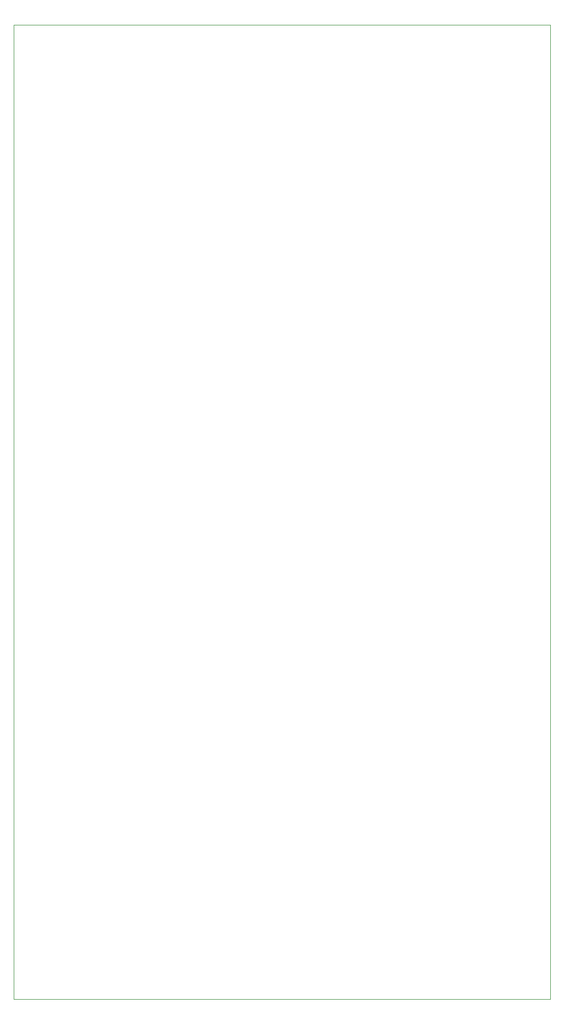
<source format=gbr>
G04 (created by PCBNEW (2013-07-07 BZR 4022)-stable) date 2014.08.18 14:47:36*
%MOIN*%
G04 Gerber Fmt 3.4, Leading zero omitted, Abs format*
%FSLAX34Y34*%
G01*
G70*
G90*
G04 APERTURE LIST*
%ADD10C,0.00590551*%
%ADD11C,0.00393701*%
G04 APERTURE END LIST*
G54D10*
G54D11*
X55765Y-73527D02*
X55765Y-12110D01*
X21907Y-73527D02*
X55765Y-73527D01*
X21907Y-12110D02*
X21907Y-73527D01*
X55765Y-12110D02*
X21907Y-12110D01*
M02*

</source>
